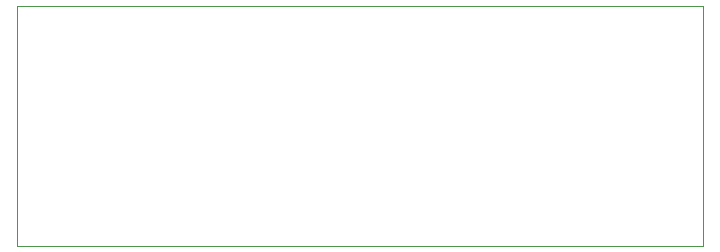
<source format=gtp>
G75*
%MOIN*%
%OFA0B0*%
%FSLAX25Y25*%
%IPPOS*%
%LPD*%
%AMOC8*
5,1,8,0,0,1.08239X$1,22.5*
%
%ADD10C,0.00000*%
D10*
X0001000Y0001300D02*
X0001000Y0081261D01*
X0229701Y0081261D01*
X0229701Y0001300D01*
X0001000Y0001300D01*
M02*

</source>
